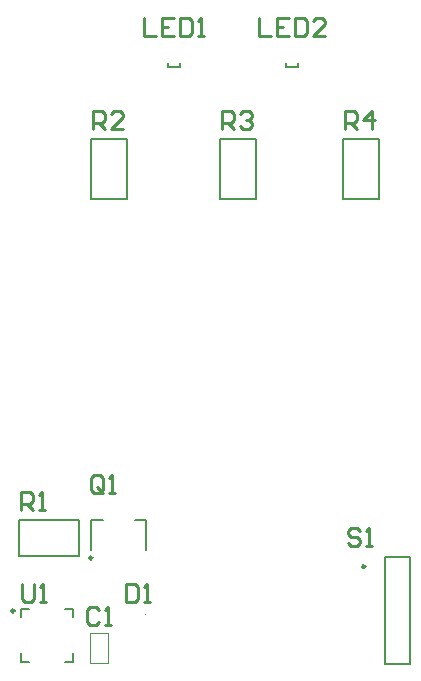
<source format=gbr>
%TF.GenerationSoftware,Altium Limited,Altium Designer,20.0.14 (345)*%
G04 Layer_Color=65535*
%FSLAX45Y45*%
%MOMM*%
%TF.FileFunction,Legend,Top*%
%TF.Part,Single*%
G01*
G75*
%TA.AperFunction,NonConductor*%
%ADD25C,0.25400*%
%ADD28C,0.25000*%
%ADD29C,0.10000*%
%ADD30C,0.20000*%
D25*
X215933Y1355175D02*
Y1228216D01*
X241325Y1202825D01*
X292108D01*
X317500Y1228216D01*
Y1355175D01*
X368284Y1202825D02*
X419067D01*
X393676D01*
Y1355175D01*
X368284Y1329783D01*
X2948940Y5204460D02*
Y5356811D01*
X3025115D01*
X3050507Y5331419D01*
Y5280635D01*
X3025115Y5255243D01*
X2948940D01*
X2999723D02*
X3050507Y5204460D01*
X3177466D02*
Y5356811D01*
X3101291Y5280635D01*
X3202858D01*
X1244682Y6146775D02*
Y5994425D01*
X1346250D01*
X1498600Y6146775D02*
X1397033D01*
Y5994425D01*
X1498600D01*
X1397033Y6070600D02*
X1447817D01*
X1549384Y6146775D02*
Y5994425D01*
X1625559D01*
X1650951Y6019817D01*
Y6121383D01*
X1625559Y6146775D01*
X1549384D01*
X1701734Y5994425D02*
X1752518D01*
X1727126D01*
Y6146775D01*
X1701734Y6121383D01*
X3072097Y1802089D02*
X3046705Y1827481D01*
X2995922D01*
X2970530Y1802089D01*
Y1776697D01*
X2995922Y1751305D01*
X3046705D01*
X3072097Y1725913D01*
Y1700522D01*
X3046705Y1675130D01*
X2995922D01*
X2970530Y1700522D01*
X3122881Y1675130D02*
X3173664D01*
X3148273D01*
Y1827481D01*
X3122881Y1802089D01*
X1907540Y5204460D02*
Y5356811D01*
X1983715D01*
X2009107Y5331419D01*
Y5280635D01*
X1983715Y5255243D01*
X1907540D01*
X1958323D02*
X2009107Y5204460D01*
X2059891Y5331419D02*
X2085283Y5356811D01*
X2136066D01*
X2161458Y5331419D01*
Y5306027D01*
X2136066Y5280635D01*
X2110674D01*
X2136066D01*
X2161458Y5255243D01*
Y5229852D01*
X2136066Y5204460D01*
X2085283D01*
X2059891Y5229852D01*
X815340Y5204460D02*
Y5356811D01*
X891515D01*
X916907Y5331419D01*
Y5280635D01*
X891515Y5255243D01*
X815340D01*
X866123D02*
X916907Y5204460D01*
X1069258D02*
X967691D01*
X1069258Y5306027D01*
Y5331419D01*
X1043866Y5356811D01*
X993083D01*
X967691Y5331419D01*
X205740Y1978660D02*
Y2131011D01*
X281915D01*
X307307Y2105619D01*
Y2054835D01*
X281915Y2029443D01*
X205740D01*
X256523D02*
X307307Y1978660D01*
X358091D02*
X408874D01*
X383483D01*
Y2131011D01*
X358091Y2105619D01*
X899127Y2146292D02*
Y2247859D01*
X873735Y2273251D01*
X822952D01*
X797560Y2247859D01*
Y2146292D01*
X822952Y2120900D01*
X873735D01*
X848343Y2171683D02*
X899127Y2120900D01*
X873735D02*
X899127Y2146292D01*
X949911Y2120900D02*
X1000694D01*
X975303D01*
Y2273251D01*
X949911Y2247859D01*
X2222590Y6146775D02*
Y5994425D01*
X2324158D01*
X2476508Y6146775D02*
X2374941D01*
Y5994425D01*
X2476508D01*
X2374941Y6070600D02*
X2425725D01*
X2527292Y6146775D02*
Y5994425D01*
X2603467D01*
X2628859Y6019817D01*
Y6121383D01*
X2603467Y6146775D01*
X2527292D01*
X2781210Y5994425D02*
X2679643D01*
X2781210Y6095992D01*
Y6121383D01*
X2755818Y6146775D01*
X2705034D01*
X2679643Y6121383D01*
X1092200Y1351231D02*
Y1198880D01*
X1168375D01*
X1193767Y1224272D01*
Y1325839D01*
X1168375Y1351231D01*
X1092200D01*
X1244551Y1198880D02*
X1295334D01*
X1269943D01*
Y1351231D01*
X1244551Y1325839D01*
X863600Y1136484D02*
X838208Y1161876D01*
X787425D01*
X762033Y1136484D01*
Y1034917D01*
X787425Y1009525D01*
X838208D01*
X863600Y1034917D01*
X914384Y1009525D02*
X965167D01*
X939776D01*
Y1161876D01*
X914384Y1136484D01*
D28*
X149700Y1126400D02*
G03*
X149700Y1126400I-12500J0D01*
G01*
X3118400Y1502800D02*
G03*
X3118400Y1502800I-12500J0D01*
G01*
X808600Y1574750D02*
G03*
X808600Y1574750I-12500J0D01*
G01*
D29*
X1260900Y1094200D02*
G03*
X1260900Y1094200I-5000J0D01*
G01*
X841600Y685800D02*
X939800D01*
Y939800D01*
X787400D02*
X939800D01*
X787400Y685800D02*
Y939800D01*
Y685800D02*
X841600D01*
D30*
X202200Y1071400D02*
Y1141400D01*
X272200D01*
X577200D02*
X647200D01*
Y1071400D02*
Y1141400D01*
Y696400D02*
Y766400D01*
X577200Y696400D02*
X647200D01*
X202200D02*
Y766400D01*
Y696400D02*
X272200D01*
X2933700Y5118100D02*
X3132100D01*
X2933700Y4610100D02*
Y5118100D01*
Y4610100D02*
X3238500D01*
Y5118100D01*
X3132100D02*
X3238500D01*
X1450000Y5732400D02*
X1550000D01*
Y5762400D01*
X1450000Y5732400D02*
Y5762400D01*
X2450000Y5732400D02*
X2550000D01*
Y5762400D01*
X2450000Y5732400D02*
Y5762400D01*
X3285900Y1580300D02*
X3495900D01*
X3285900Y680300D02*
X3495900D01*
X3285900D02*
Y1580300D01*
X3495900Y680300D02*
Y1580300D01*
X1998700Y4610100D02*
X2197100D01*
Y5118100D01*
X1892300D02*
X2197100D01*
X1892300Y4610100D02*
Y5118100D01*
Y4610100D02*
X1998700D01*
X906500D02*
X1104900D01*
Y5118100D01*
X800100D02*
X1104900D01*
X800100Y4610100D02*
Y5118100D01*
Y4610100D02*
X906500D01*
X190500Y1587500D02*
Y1785900D01*
Y1587500D02*
X698500D01*
Y1892300D01*
X190500D02*
X698500D01*
X190500Y1785900D02*
Y1892300D01*
X801100Y1639750D02*
Y1899750D01*
X896100D01*
X1261100Y1639750D02*
Y1899750D01*
X1166100D02*
X1261100D01*
%TF.MD5,ccebe8abc43797f37705b93c59f1c1a9*%
M02*

</source>
